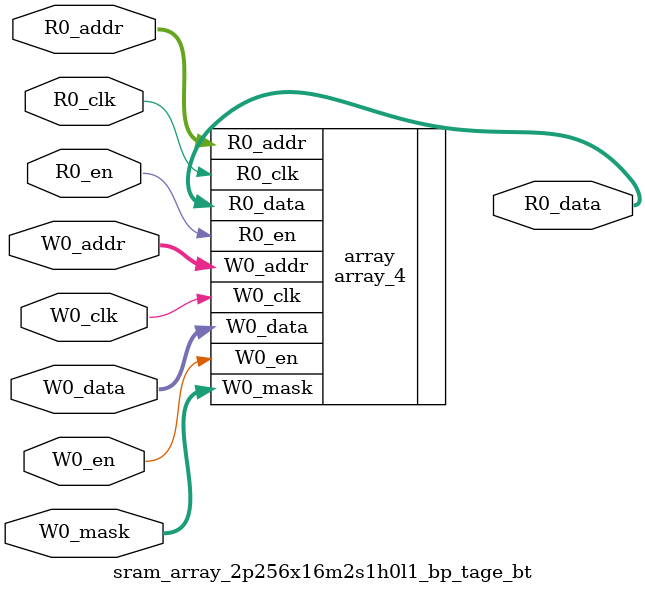
<source format=sv>
`ifndef RANDOMIZE
  `ifdef RANDOMIZE_MEM_INIT
    `define RANDOMIZE
  `endif // RANDOMIZE_MEM_INIT
`endif // not def RANDOMIZE
`ifndef RANDOMIZE
  `ifdef RANDOMIZE_REG_INIT
    `define RANDOMIZE
  `endif // RANDOMIZE_REG_INIT
`endif // not def RANDOMIZE

`ifndef RANDOM
  `define RANDOM $random
`endif // not def RANDOM

// Users can define INIT_RANDOM as general code that gets injected into the
// initializer block for modules with registers.
`ifndef INIT_RANDOM
  `define INIT_RANDOM
`endif // not def INIT_RANDOM

// If using random initialization, you can also define RANDOMIZE_DELAY to
// customize the delay used, otherwise 0.002 is used.
`ifndef RANDOMIZE_DELAY
  `define RANDOMIZE_DELAY 0.002
`endif // not def RANDOMIZE_DELAY

// Define INIT_RANDOM_PROLOG_ for use in our modules below.
`ifndef INIT_RANDOM_PROLOG_
  `ifdef RANDOMIZE
    `ifdef VERILATOR
      `define INIT_RANDOM_PROLOG_ `INIT_RANDOM
    `else  // VERILATOR
      `define INIT_RANDOM_PROLOG_ `INIT_RANDOM #`RANDOMIZE_DELAY begin end
    `endif // VERILATOR
  `else  // RANDOMIZE
    `define INIT_RANDOM_PROLOG_
  `endif // RANDOMIZE
`endif // not def INIT_RANDOM_PROLOG_

// Include register initializers in init blocks unless synthesis is set
`ifndef SYNTHESIS
  `ifndef ENABLE_INITIAL_REG_
    `define ENABLE_INITIAL_REG_
  `endif // not def ENABLE_INITIAL_REG_
`endif // not def SYNTHESIS

// Include rmemory initializers in init blocks unless synthesis is set
`ifndef SYNTHESIS
  `ifndef ENABLE_INITIAL_MEM_
    `define ENABLE_INITIAL_MEM_
  `endif // not def ENABLE_INITIAL_MEM_
`endif // not def SYNTHESIS

module sram_array_2p256x16m2s1h0l1_bp_tage_bt(
  input         R0_clk,
  input  [7:0]  R0_addr,
  input         R0_en,
  output [15:0] R0_data,
  input         W0_clk,
  input  [7:0]  W0_addr,
  input         W0_en,
  input  [15:0] W0_data,
  input  [7:0]  W0_mask
);

  array_4 array (
    .R0_addr (R0_addr),
    .R0_en   (R0_en),
    .R0_clk  (R0_clk),
    .R0_data (R0_data),
    .W0_addr (W0_addr),
    .W0_en   (W0_en),
    .W0_clk  (W0_clk),
    .W0_data (W0_data),
    .W0_mask (W0_mask)
  );
endmodule


</source>
